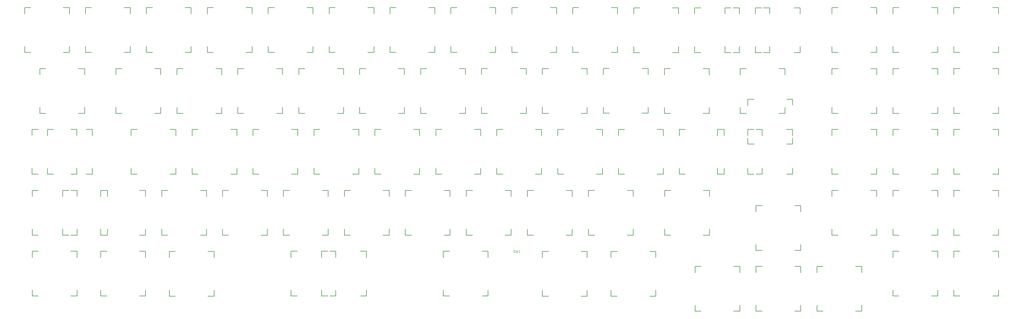
<source format=gbr>
G04 EAGLE Gerber RS-274X export*
G75*
%MOMM*%
%FSLAX34Y34*%
%LPD*%
%INSilkscreen Top*%
%IPPOS*%
%AMOC8*
5,1,8,0,0,1.08239X$1,22.5*%
G01*
%ADD10C,0.127000*%
%ADD11C,0.076200*%


D10*
X25350Y-44400D02*
X25350Y-25350D01*
X44400Y-25350D01*
X146000Y-25350D02*
X165050Y-25350D01*
X165050Y-44400D01*
X165050Y-146000D02*
X165050Y-165050D01*
X146000Y-165050D01*
X44400Y-165050D02*
X25350Y-165050D01*
X25350Y-146000D01*
X215350Y-44400D02*
X215350Y-25350D01*
X234400Y-25350D01*
X336000Y-25350D02*
X355050Y-25350D01*
X355050Y-44400D01*
X355050Y-146000D02*
X355050Y-165050D01*
X336000Y-165050D01*
X234400Y-165050D02*
X215350Y-165050D01*
X215350Y-146000D01*
X405350Y-44400D02*
X405350Y-25350D01*
X424400Y-25350D01*
X526000Y-25350D02*
X545050Y-25350D01*
X545050Y-44400D01*
X545050Y-146000D02*
X545050Y-165050D01*
X526000Y-165050D01*
X424400Y-165050D02*
X405350Y-165050D01*
X405350Y-146000D01*
X595350Y-44400D02*
X595350Y-25350D01*
X614400Y-25350D01*
X716000Y-25350D02*
X735050Y-25350D01*
X735050Y-44400D01*
X735050Y-146000D02*
X735050Y-165050D01*
X716000Y-165050D01*
X614400Y-165050D02*
X595350Y-165050D01*
X595350Y-146000D01*
X785350Y-44400D02*
X785350Y-25350D01*
X804400Y-25350D01*
X906000Y-25350D02*
X925050Y-25350D01*
X925050Y-44400D01*
X925050Y-146000D02*
X925050Y-165050D01*
X906000Y-165050D01*
X804400Y-165050D02*
X785350Y-165050D01*
X785350Y-146000D01*
X975350Y-44400D02*
X975350Y-25350D01*
X994400Y-25350D01*
X1096000Y-25350D02*
X1115050Y-25350D01*
X1115050Y-44400D01*
X1115050Y-146000D02*
X1115050Y-165050D01*
X1096000Y-165050D01*
X994400Y-165050D02*
X975350Y-165050D01*
X975350Y-146000D01*
X1165350Y-44400D02*
X1165350Y-25350D01*
X1184400Y-25350D01*
X1286000Y-25350D02*
X1305050Y-25350D01*
X1305050Y-44400D01*
X1305050Y-146000D02*
X1305050Y-165050D01*
X1286000Y-165050D01*
X1184400Y-165050D02*
X1165350Y-165050D01*
X1165350Y-146000D01*
X1355350Y-44400D02*
X1355350Y-25350D01*
X1374400Y-25350D01*
X1476000Y-25350D02*
X1495050Y-25350D01*
X1495050Y-44400D01*
X1495050Y-146000D02*
X1495050Y-165050D01*
X1476000Y-165050D01*
X1374400Y-165050D02*
X1355350Y-165050D01*
X1355350Y-146000D01*
X1545150Y-44200D02*
X1545150Y-25150D01*
X1564200Y-25150D01*
X1665800Y-25150D02*
X1684850Y-25150D01*
X1684850Y-44200D01*
X1684850Y-145800D02*
X1684850Y-164850D01*
X1665800Y-164850D01*
X1564200Y-164850D02*
X1545150Y-164850D01*
X1545150Y-145800D01*
X1734850Y-44400D02*
X1734850Y-25350D01*
X1753900Y-25350D01*
X1855500Y-25350D02*
X1874550Y-25350D01*
X1874550Y-44400D01*
X1874550Y-146000D02*
X1874550Y-165050D01*
X1855500Y-165050D01*
X1753900Y-165050D02*
X1734850Y-165050D01*
X1734850Y-146000D01*
X1925350Y-44900D02*
X1925350Y-25850D01*
X1944400Y-25850D01*
X2046000Y-25850D02*
X2065050Y-25850D01*
X2065050Y-44900D01*
X2065050Y-146500D02*
X2065050Y-165550D01*
X2046000Y-165550D01*
X1944400Y-165550D02*
X1925350Y-165550D01*
X1925350Y-146500D01*
X2115350Y-44900D02*
X2115350Y-25850D01*
X2134400Y-25850D01*
X2236000Y-25850D02*
X2255050Y-25850D01*
X2255050Y-44900D01*
X2255050Y-146500D02*
X2255050Y-165550D01*
X2236000Y-165550D01*
X2134400Y-165550D02*
X2115350Y-165550D01*
X2115350Y-146500D01*
X2210150Y-25850D02*
X2229200Y-25850D01*
X2210150Y-25850D02*
X2210150Y-44900D01*
X2330800Y-25850D02*
X2349850Y-25850D01*
X2349850Y-44900D01*
X2349850Y-146500D02*
X2349850Y-165550D01*
X2330800Y-165550D01*
X2229200Y-165550D02*
X2210150Y-165550D01*
X2210150Y-146500D01*
X2305350Y-44900D02*
X2305350Y-25850D01*
X2324400Y-25850D01*
X2426000Y-25850D02*
X2445050Y-25850D01*
X2445050Y-44900D01*
X2445050Y-146500D02*
X2445050Y-165550D01*
X2426000Y-165550D01*
X2324400Y-165550D02*
X2305350Y-165550D01*
X2305350Y-146500D01*
X2543950Y-44400D02*
X2543950Y-25350D01*
X2563000Y-25350D01*
X2664600Y-25350D02*
X2683650Y-25350D01*
X2683650Y-44400D01*
X2683650Y-146000D02*
X2683650Y-165050D01*
X2664600Y-165050D01*
X2563000Y-165050D02*
X2543950Y-165050D01*
X2543950Y-146000D01*
X2733950Y-44400D02*
X2733950Y-25350D01*
X2753000Y-25350D01*
X2854600Y-25350D02*
X2873650Y-25350D01*
X2873650Y-44400D01*
X2873650Y-146000D02*
X2873650Y-165050D01*
X2854600Y-165050D01*
X2753000Y-165050D02*
X2733950Y-165050D01*
X2733950Y-146000D01*
X2923950Y-44400D02*
X2923950Y-25350D01*
X2943000Y-25350D01*
X3044600Y-25350D02*
X3063650Y-25350D01*
X3063650Y-44400D01*
X3063650Y-146000D02*
X3063650Y-165050D01*
X3044600Y-165050D01*
X2943000Y-165050D02*
X2923950Y-165050D01*
X2923950Y-146000D01*
X72950Y-215250D02*
X72950Y-234300D01*
X72950Y-215250D02*
X92000Y-215250D01*
X193600Y-215250D02*
X212650Y-215250D01*
X212650Y-234300D01*
X212650Y-335900D02*
X212650Y-354950D01*
X193600Y-354950D01*
X92000Y-354950D02*
X72950Y-354950D01*
X72950Y-335900D01*
X310650Y-234400D02*
X310650Y-215350D01*
X329700Y-215350D01*
X431300Y-215350D02*
X450350Y-215350D01*
X450350Y-234400D01*
X450350Y-336000D02*
X450350Y-355050D01*
X431300Y-355050D01*
X329700Y-355050D02*
X310650Y-355050D01*
X310650Y-336000D01*
X500750Y-234600D02*
X500750Y-215550D01*
X519800Y-215550D01*
X621400Y-215550D02*
X640450Y-215550D01*
X640450Y-234600D01*
X640450Y-336200D02*
X640450Y-355250D01*
X621400Y-355250D01*
X519800Y-355250D02*
X500750Y-355250D01*
X500750Y-336200D01*
X690650Y-234400D02*
X690650Y-215350D01*
X709700Y-215350D01*
X811300Y-215350D02*
X830350Y-215350D01*
X830350Y-234400D01*
X830350Y-336000D02*
X830350Y-355050D01*
X811300Y-355050D01*
X709700Y-355050D02*
X690650Y-355050D01*
X690650Y-336000D01*
X880650Y-234400D02*
X880650Y-215350D01*
X899700Y-215350D01*
X1001300Y-215350D02*
X1020350Y-215350D01*
X1020350Y-234400D01*
X1020350Y-336000D02*
X1020350Y-355050D01*
X1001300Y-355050D01*
X899700Y-355050D02*
X880650Y-355050D01*
X880650Y-336000D01*
X1070650Y-234400D02*
X1070650Y-215350D01*
X1089700Y-215350D01*
X1191300Y-215350D02*
X1210350Y-215350D01*
X1210350Y-234400D01*
X1210350Y-336000D02*
X1210350Y-355050D01*
X1191300Y-355050D01*
X1089700Y-355050D02*
X1070650Y-355050D01*
X1070650Y-336000D01*
X1260650Y-234400D02*
X1260650Y-215350D01*
X1279700Y-215350D01*
X1381300Y-215350D02*
X1400350Y-215350D01*
X1400350Y-234400D01*
X1400350Y-336000D02*
X1400350Y-355050D01*
X1381300Y-355050D01*
X1279700Y-355050D02*
X1260650Y-355050D01*
X1260650Y-336000D01*
X1450650Y-234400D02*
X1450650Y-215350D01*
X1469700Y-215350D01*
X1571300Y-215350D02*
X1590350Y-215350D01*
X1590350Y-234400D01*
X1590350Y-336000D02*
X1590350Y-355050D01*
X1571300Y-355050D01*
X1469700Y-355050D02*
X1450650Y-355050D01*
X1450650Y-336000D01*
X1640650Y-234400D02*
X1640650Y-215350D01*
X1659700Y-215350D01*
X1761300Y-215350D02*
X1780350Y-215350D01*
X1780350Y-234400D01*
X1780350Y-336000D02*
X1780350Y-355050D01*
X1761300Y-355050D01*
X1659700Y-355050D02*
X1640650Y-355050D01*
X1640650Y-336000D01*
X1830850Y-234100D02*
X1830850Y-215050D01*
X1849900Y-215050D01*
X1951500Y-215050D02*
X1970550Y-215050D01*
X1970550Y-234100D01*
X1970550Y-335700D02*
X1970550Y-354750D01*
X1951500Y-354750D01*
X1849900Y-354750D02*
X1830850Y-354750D01*
X1830850Y-335700D01*
X2021150Y-234900D02*
X2021150Y-215850D01*
X2040200Y-215850D01*
X2141800Y-215850D02*
X2160850Y-215850D01*
X2160850Y-234900D01*
X2160850Y-336500D02*
X2160850Y-355550D01*
X2141800Y-355550D01*
X2040200Y-355550D02*
X2021150Y-355550D01*
X2021150Y-336500D01*
X2257750Y-234900D02*
X2257750Y-215850D01*
X2276800Y-215850D01*
X2378400Y-215850D02*
X2397450Y-215850D01*
X2397450Y-234900D01*
X2397450Y-336500D02*
X2397450Y-355550D01*
X2378400Y-355550D01*
X2276800Y-355550D02*
X2257750Y-355550D01*
X2257750Y-336500D01*
X2281650Y-431900D02*
X2281650Y-450950D01*
X2301970Y-450950D01*
X2402300Y-450950D02*
X2421350Y-450950D01*
X2421350Y-431900D01*
X2421350Y-329030D02*
X2421350Y-311250D01*
X2403570Y-311250D01*
X2300700Y-311250D02*
X2281650Y-311250D01*
X2281650Y-330300D01*
X2543950Y-234400D02*
X2543950Y-215350D01*
X2563000Y-215350D01*
X2664600Y-215350D02*
X2683650Y-215350D01*
X2683650Y-234400D01*
X2683650Y-336000D02*
X2683650Y-355050D01*
X2664600Y-355050D01*
X2563000Y-355050D02*
X2543950Y-355050D01*
X2543950Y-336000D01*
X2733950Y-234400D02*
X2733950Y-215350D01*
X2753000Y-215350D01*
X2854600Y-215350D02*
X2873650Y-215350D01*
X2873650Y-234400D01*
X2873650Y-336000D02*
X2873650Y-355050D01*
X2854600Y-355050D01*
X2753000Y-355050D02*
X2733950Y-355050D01*
X2733950Y-336000D01*
X2923950Y-234400D02*
X2923950Y-215350D01*
X2943000Y-215350D01*
X3044600Y-215350D02*
X3063650Y-215350D01*
X3063650Y-234400D01*
X3063650Y-336000D02*
X3063650Y-355050D01*
X3044600Y-355050D01*
X2943000Y-355050D02*
X2923950Y-355050D01*
X2923950Y-336000D01*
X96750Y-405350D02*
X96750Y-424400D01*
X96750Y-405350D02*
X115800Y-405350D01*
X217400Y-405350D02*
X236450Y-405350D01*
X236450Y-424400D01*
X236450Y-526000D02*
X236450Y-545050D01*
X217400Y-545050D01*
X115800Y-545050D02*
X96750Y-545050D01*
X96750Y-526000D01*
X48650Y-424100D02*
X48650Y-405050D01*
X67700Y-405050D01*
X169300Y-405050D02*
X188350Y-405050D01*
X188350Y-424100D01*
X188350Y-525700D02*
X188350Y-544750D01*
X169300Y-544750D01*
X67700Y-544750D02*
X48650Y-544750D01*
X48650Y-525700D01*
X357750Y-424400D02*
X357750Y-405350D01*
X376800Y-405350D01*
X478400Y-405350D02*
X497450Y-405350D01*
X497450Y-424400D01*
X497450Y-526000D02*
X497450Y-545050D01*
X478400Y-545050D01*
X376800Y-545050D02*
X357750Y-545050D01*
X357750Y-526000D01*
X547750Y-424400D02*
X547750Y-405350D01*
X566800Y-405350D01*
X668400Y-405350D02*
X687450Y-405350D01*
X687450Y-424400D01*
X687450Y-526000D02*
X687450Y-545050D01*
X668400Y-545050D01*
X566800Y-545050D02*
X547750Y-545050D01*
X547750Y-526000D01*
X737750Y-424400D02*
X737750Y-405350D01*
X756800Y-405350D01*
X858400Y-405350D02*
X877450Y-405350D01*
X877450Y-424400D01*
X877450Y-526000D02*
X877450Y-545050D01*
X858400Y-545050D01*
X756800Y-545050D02*
X737750Y-545050D01*
X737750Y-526000D01*
X928250Y-424400D02*
X928250Y-405350D01*
X947300Y-405350D01*
X1048900Y-405350D02*
X1067950Y-405350D01*
X1067950Y-424400D01*
X1067950Y-526000D02*
X1067950Y-545050D01*
X1048900Y-545050D01*
X947300Y-545050D02*
X928250Y-545050D01*
X928250Y-526000D01*
X1118250Y-424400D02*
X1118250Y-405350D01*
X1137300Y-405350D01*
X1238900Y-405350D02*
X1257950Y-405350D01*
X1257950Y-424400D01*
X1257950Y-526000D02*
X1257950Y-545050D01*
X1238900Y-545050D01*
X1137300Y-545050D02*
X1118250Y-545050D01*
X1118250Y-526000D01*
X1308250Y-424400D02*
X1308250Y-405350D01*
X1327300Y-405350D01*
X1428900Y-405350D02*
X1447950Y-405350D01*
X1447950Y-424400D01*
X1447950Y-526000D02*
X1447950Y-545050D01*
X1428900Y-545050D01*
X1327300Y-545050D02*
X1308250Y-545050D01*
X1308250Y-526000D01*
X1498250Y-424400D02*
X1498250Y-405350D01*
X1517300Y-405350D01*
X1618900Y-405350D02*
X1637950Y-405350D01*
X1637950Y-424400D01*
X1637950Y-526000D02*
X1637950Y-545050D01*
X1618900Y-545050D01*
X1517300Y-545050D02*
X1498250Y-545050D01*
X1498250Y-526000D01*
X1688250Y-424400D02*
X1688250Y-405350D01*
X1707300Y-405350D01*
X1808900Y-405350D02*
X1827950Y-405350D01*
X1827950Y-424400D01*
X1827950Y-526000D02*
X1827950Y-545050D01*
X1808900Y-545050D01*
X1707300Y-545050D02*
X1688250Y-545050D01*
X1688250Y-526000D01*
X1878250Y-424400D02*
X1878250Y-405350D01*
X1897300Y-405350D01*
X1998900Y-405350D02*
X2017950Y-405350D01*
X2017950Y-424400D01*
X2017950Y-526000D02*
X2017950Y-545050D01*
X1998900Y-545050D01*
X1897300Y-545050D02*
X1878250Y-545050D01*
X1878250Y-526000D01*
X2067750Y-424400D02*
X2067750Y-405350D01*
X2086800Y-405350D01*
X2188400Y-405350D02*
X2207450Y-405350D01*
X2207450Y-424400D01*
X2207450Y-526000D02*
X2207450Y-545050D01*
X2188400Y-545050D01*
X2086800Y-545050D02*
X2067750Y-545050D01*
X2067750Y-526000D01*
X2186750Y-405350D02*
X2205800Y-405350D01*
X2186750Y-405350D02*
X2186750Y-424400D01*
X2307400Y-405350D02*
X2326450Y-405350D01*
X2326450Y-424400D01*
X2326450Y-526000D02*
X2326450Y-545050D01*
X2307400Y-545050D01*
X2205800Y-545050D02*
X2186750Y-545050D01*
X2186750Y-526000D01*
X2281550Y-424400D02*
X2281550Y-405350D01*
X2300600Y-405350D01*
X2402200Y-405350D02*
X2421250Y-405350D01*
X2421250Y-424400D01*
X2421250Y-526000D02*
X2421250Y-545050D01*
X2402200Y-545050D01*
X2300600Y-545050D02*
X2281550Y-545050D01*
X2281550Y-526000D01*
X2543950Y-424400D02*
X2543950Y-405350D01*
X2563000Y-405350D01*
X2664600Y-405350D02*
X2683650Y-405350D01*
X2683650Y-424400D01*
X2683650Y-526000D02*
X2683650Y-545050D01*
X2664600Y-545050D01*
X2563000Y-545050D02*
X2543950Y-545050D01*
X2543950Y-526000D01*
X2733950Y-424400D02*
X2733950Y-405350D01*
X2753000Y-405350D01*
X2854600Y-405350D02*
X2873650Y-405350D01*
X2873650Y-424400D01*
X2873650Y-526000D02*
X2873650Y-545050D01*
X2854600Y-545050D01*
X2753000Y-545050D02*
X2733950Y-545050D01*
X2733950Y-526000D01*
X2923950Y-424400D02*
X2923950Y-405350D01*
X2943000Y-405350D01*
X3044600Y-405350D02*
X3063650Y-405350D01*
X3063650Y-424400D01*
X3063650Y-526000D02*
X3063650Y-545050D01*
X3044600Y-545050D01*
X2943000Y-545050D02*
X2923950Y-545050D01*
X2923950Y-526000D01*
X49150Y-595350D02*
X49150Y-614400D01*
X49150Y-595350D02*
X68200Y-595350D01*
X169800Y-595350D02*
X188850Y-595350D01*
X188850Y-614400D01*
X188850Y-716000D02*
X188850Y-735050D01*
X169800Y-735050D01*
X68200Y-735050D02*
X49150Y-735050D01*
X49150Y-716000D01*
X144450Y-595350D02*
X163500Y-595350D01*
X144450Y-595350D02*
X144450Y-614400D01*
X265100Y-595350D02*
X284150Y-595350D01*
X284150Y-614400D01*
X284150Y-716000D02*
X284150Y-735050D01*
X265100Y-735050D01*
X163500Y-735050D02*
X144450Y-735050D01*
X144450Y-716000D01*
X262950Y-614400D02*
X262950Y-595350D01*
X282000Y-595350D01*
X383600Y-595350D02*
X402650Y-595350D01*
X402650Y-614400D01*
X402650Y-716000D02*
X402650Y-735050D01*
X383600Y-735050D01*
X282000Y-735050D02*
X262950Y-735050D01*
X262950Y-716000D01*
X452950Y-614400D02*
X452950Y-595350D01*
X472000Y-595350D01*
X573600Y-595350D02*
X592650Y-595350D01*
X592650Y-614400D01*
X592650Y-716000D02*
X592650Y-735050D01*
X573600Y-735050D01*
X472000Y-735050D02*
X452950Y-735050D01*
X452950Y-716000D01*
X642950Y-614400D02*
X642950Y-595350D01*
X662000Y-595350D01*
X763600Y-595350D02*
X782650Y-595350D01*
X782650Y-614400D01*
X782650Y-716000D02*
X782650Y-735050D01*
X763600Y-735050D01*
X662000Y-735050D02*
X642950Y-735050D01*
X642950Y-716000D01*
X832950Y-614400D02*
X832950Y-595350D01*
X852000Y-595350D01*
X953600Y-595350D02*
X972650Y-595350D01*
X972650Y-614400D01*
X972650Y-716000D02*
X972650Y-735050D01*
X953600Y-735050D01*
X852000Y-735050D02*
X832950Y-735050D01*
X832950Y-716000D01*
X1022950Y-614400D02*
X1022950Y-595350D01*
X1042000Y-595350D01*
X1143600Y-595350D02*
X1162650Y-595350D01*
X1162650Y-614400D01*
X1162650Y-716000D02*
X1162650Y-735050D01*
X1143600Y-735050D01*
X1042000Y-735050D02*
X1022950Y-735050D01*
X1022950Y-716000D01*
X1212950Y-614400D02*
X1212950Y-595350D01*
X1232000Y-595350D01*
X1333600Y-595350D02*
X1352650Y-595350D01*
X1352650Y-614400D01*
X1352650Y-716000D02*
X1352650Y-735050D01*
X1333600Y-735050D01*
X1232000Y-735050D02*
X1212950Y-735050D01*
X1212950Y-716000D01*
X1403450Y-614400D02*
X1403450Y-595350D01*
X1422500Y-595350D01*
X1524100Y-595350D02*
X1543150Y-595350D01*
X1543150Y-614400D01*
X1543150Y-716000D02*
X1543150Y-735050D01*
X1524100Y-735050D01*
X1422500Y-735050D02*
X1403450Y-735050D01*
X1403450Y-716000D01*
X1593950Y-614900D02*
X1593950Y-595850D01*
X1613000Y-595850D01*
X1714600Y-595850D02*
X1733650Y-595850D01*
X1733650Y-614900D01*
X1733650Y-716500D02*
X1733650Y-735550D01*
X1714600Y-735550D01*
X1613000Y-735550D02*
X1593950Y-735550D01*
X1593950Y-716500D01*
X1784450Y-614400D02*
X1784450Y-595350D01*
X1803500Y-595350D01*
X1905100Y-595350D02*
X1924150Y-595350D01*
X1924150Y-614400D01*
X1924150Y-716000D02*
X1924150Y-735050D01*
X1905100Y-735050D01*
X1803500Y-735050D02*
X1784450Y-735050D01*
X1784450Y-716000D01*
X2022150Y-614400D02*
X2022150Y-595350D01*
X2041200Y-595350D01*
X2142800Y-595350D02*
X2161850Y-595350D01*
X2161850Y-614400D01*
X2161850Y-716000D02*
X2161850Y-735050D01*
X2142800Y-735050D01*
X2041200Y-735050D02*
X2022150Y-735050D01*
X2022150Y-716000D01*
X2543950Y-614400D02*
X2543950Y-595350D01*
X2563000Y-595350D01*
X2664600Y-595350D02*
X2683650Y-595350D01*
X2683650Y-614400D01*
X2683650Y-716000D02*
X2683650Y-735050D01*
X2664600Y-735050D01*
X2563000Y-735050D02*
X2543950Y-735050D01*
X2543950Y-716000D01*
X2733950Y-614400D02*
X2733950Y-595350D01*
X2753000Y-595350D01*
X2854600Y-595350D02*
X2873650Y-595350D01*
X2873650Y-614400D01*
X2873650Y-716000D02*
X2873650Y-735050D01*
X2854600Y-735050D01*
X2753000Y-735050D02*
X2733950Y-735050D01*
X2733950Y-716000D01*
X2923950Y-614400D02*
X2923950Y-595350D01*
X2943000Y-595350D01*
X3044600Y-595350D02*
X3063650Y-595350D01*
X3063650Y-614400D01*
X3063650Y-716000D02*
X3063650Y-735050D01*
X3044600Y-735050D01*
X2943000Y-735050D02*
X2923950Y-735050D01*
X2923950Y-716000D01*
X2307050Y-662200D02*
X2307050Y-643150D01*
X2326100Y-643150D01*
X2427700Y-643150D02*
X2446750Y-643150D01*
X2446750Y-662200D01*
X2446750Y-763800D02*
X2446750Y-782850D01*
X2427700Y-782850D01*
X2326100Y-782850D02*
X2307050Y-782850D01*
X2307050Y-763800D01*
X49150Y-785350D02*
X49150Y-804400D01*
X49150Y-785350D02*
X68200Y-785350D01*
X169800Y-785350D02*
X188850Y-785350D01*
X188850Y-804400D01*
X188850Y-906000D02*
X188850Y-925050D01*
X169800Y-925050D01*
X68200Y-925050D02*
X49150Y-925050D01*
X49150Y-906000D01*
X262950Y-804400D02*
X262950Y-785350D01*
X282000Y-785350D01*
X383600Y-785350D02*
X402650Y-785350D01*
X402650Y-804400D01*
X402650Y-906000D02*
X402650Y-925050D01*
X383600Y-925050D01*
X282000Y-925050D02*
X262950Y-925050D01*
X262950Y-906000D01*
X476750Y-804900D02*
X476750Y-785850D01*
X495800Y-785850D01*
X597400Y-785850D02*
X616450Y-785850D01*
X616450Y-804900D01*
X616450Y-906500D02*
X616450Y-925550D01*
X597400Y-925550D01*
X495800Y-925550D02*
X476750Y-925550D01*
X476750Y-906500D01*
X952050Y-785350D02*
X971100Y-785350D01*
X952050Y-785350D02*
X952050Y-804400D01*
X1072700Y-785350D02*
X1091750Y-785350D01*
X1091750Y-804400D01*
X1091750Y-906000D02*
X1091750Y-925050D01*
X1072700Y-925050D01*
X971100Y-925050D02*
X952050Y-925050D01*
X952050Y-906000D01*
X875800Y-785350D02*
X856750Y-785350D01*
X856750Y-805670D01*
X856750Y-906000D02*
X856750Y-925050D01*
X875800Y-925050D01*
X978670Y-925050D02*
X996450Y-925050D01*
X996450Y-907270D01*
X996450Y-804400D02*
X996450Y-785350D01*
X977400Y-785350D01*
X1331550Y-785350D02*
X1350600Y-785350D01*
X1331550Y-785350D02*
X1331550Y-805670D01*
X1331550Y-906000D02*
X1331550Y-925050D01*
X1350600Y-925050D01*
X1453470Y-925050D02*
X1471250Y-925050D01*
X1471250Y-907270D01*
X1471250Y-804400D02*
X1471250Y-785350D01*
X1452200Y-785350D01*
X1640650Y-786350D02*
X1640650Y-805400D01*
X1640650Y-786350D02*
X1659700Y-786350D01*
X1761300Y-786350D02*
X1780350Y-786350D01*
X1780350Y-805400D01*
X1780350Y-907000D02*
X1780350Y-926050D01*
X1761300Y-926050D01*
X1659700Y-926050D02*
X1640650Y-926050D01*
X1640650Y-907000D01*
X1854950Y-804900D02*
X1854950Y-785850D01*
X1874000Y-785850D01*
X1975600Y-785850D02*
X1994650Y-785850D01*
X1994650Y-804900D01*
X1994650Y-906500D02*
X1994650Y-925550D01*
X1975600Y-925550D01*
X1874000Y-925550D02*
X1854950Y-925550D01*
X1854950Y-906500D01*
X2733950Y-804400D02*
X2733950Y-785350D01*
X2753000Y-785350D01*
X2854600Y-785350D02*
X2873650Y-785350D01*
X2873650Y-804400D01*
X2873650Y-906000D02*
X2873650Y-925050D01*
X2854600Y-925050D01*
X2753000Y-925050D02*
X2733950Y-925050D01*
X2733950Y-906000D01*
X2923950Y-804400D02*
X2923950Y-785350D01*
X2943000Y-785350D01*
X3044600Y-785350D02*
X3063650Y-785350D01*
X3063650Y-804400D01*
X3063650Y-906000D02*
X3063650Y-925050D01*
X3044600Y-925050D01*
X2943000Y-925050D02*
X2923950Y-925050D01*
X2923950Y-906000D01*
X2116850Y-852000D02*
X2116850Y-832950D01*
X2135900Y-832950D01*
X2237500Y-832950D02*
X2256550Y-832950D01*
X2256550Y-852000D01*
X2256550Y-953600D02*
X2256550Y-972650D01*
X2237500Y-972650D01*
X2135900Y-972650D02*
X2116850Y-972650D01*
X2116850Y-953600D01*
X2306850Y-852000D02*
X2306850Y-832950D01*
X2325900Y-832950D01*
X2427500Y-832950D02*
X2446550Y-832950D01*
X2446550Y-852000D01*
X2446550Y-953600D02*
X2446550Y-972650D01*
X2427500Y-972650D01*
X2325900Y-972650D02*
X2306850Y-972650D01*
X2306850Y-953600D01*
X2496850Y-852000D02*
X2496850Y-832950D01*
X2515900Y-832950D01*
X2617500Y-832950D02*
X2636550Y-832950D01*
X2636550Y-852000D01*
X2636550Y-953600D02*
X2636550Y-972650D01*
X2617500Y-972650D01*
X2515900Y-972650D02*
X2496850Y-972650D01*
X2496850Y-953600D01*
D11*
X1554430Y-787931D02*
X1554428Y-788009D01*
X1554423Y-788087D01*
X1554413Y-788164D01*
X1554400Y-788241D01*
X1554384Y-788317D01*
X1554364Y-788393D01*
X1554340Y-788467D01*
X1554313Y-788540D01*
X1554282Y-788612D01*
X1554248Y-788682D01*
X1554210Y-788751D01*
X1554170Y-788817D01*
X1554126Y-788882D01*
X1554079Y-788944D01*
X1554030Y-789004D01*
X1553977Y-789062D01*
X1553922Y-789117D01*
X1553864Y-789170D01*
X1553804Y-789219D01*
X1553742Y-789266D01*
X1553677Y-789310D01*
X1553611Y-789350D01*
X1553542Y-789388D01*
X1553472Y-789422D01*
X1553400Y-789453D01*
X1553327Y-789480D01*
X1553253Y-789504D01*
X1553177Y-789524D01*
X1553101Y-789540D01*
X1553024Y-789553D01*
X1552947Y-789563D01*
X1552869Y-789568D01*
X1552791Y-789570D01*
X1552677Y-789568D01*
X1552563Y-789563D01*
X1552450Y-789553D01*
X1552337Y-789540D01*
X1552224Y-789523D01*
X1552112Y-789503D01*
X1552001Y-789479D01*
X1551890Y-789451D01*
X1551781Y-789419D01*
X1551672Y-789384D01*
X1551565Y-789346D01*
X1551459Y-789304D01*
X1551355Y-789258D01*
X1551252Y-789209D01*
X1551151Y-789157D01*
X1551051Y-789101D01*
X1550954Y-789042D01*
X1550858Y-788980D01*
X1550765Y-788915D01*
X1550673Y-788847D01*
X1550584Y-788776D01*
X1550498Y-788702D01*
X1550414Y-788625D01*
X1550332Y-788545D01*
X1550537Y-783833D02*
X1550539Y-783753D01*
X1550545Y-783672D01*
X1550555Y-783593D01*
X1550568Y-783513D01*
X1550586Y-783435D01*
X1550608Y-783357D01*
X1550633Y-783281D01*
X1550662Y-783206D01*
X1550694Y-783132D01*
X1550731Y-783060D01*
X1550770Y-782990D01*
X1550813Y-782922D01*
X1550860Y-782857D01*
X1550909Y-782793D01*
X1550962Y-782732D01*
X1551017Y-782674D01*
X1551075Y-782619D01*
X1551136Y-782566D01*
X1551200Y-782517D01*
X1551265Y-782470D01*
X1551333Y-782427D01*
X1551403Y-782388D01*
X1551475Y-782351D01*
X1551549Y-782319D01*
X1551624Y-782290D01*
X1551700Y-782265D01*
X1551778Y-782243D01*
X1551856Y-782225D01*
X1551935Y-782212D01*
X1552015Y-782202D01*
X1552096Y-782196D01*
X1552176Y-782194D01*
X1552286Y-782196D01*
X1552395Y-782202D01*
X1552505Y-782212D01*
X1552614Y-782225D01*
X1552722Y-782243D01*
X1552830Y-782264D01*
X1552937Y-782290D01*
X1553043Y-782319D01*
X1553148Y-782352D01*
X1553251Y-782388D01*
X1553354Y-782429D01*
X1553454Y-782472D01*
X1553553Y-782520D01*
X1553651Y-782571D01*
X1553746Y-782625D01*
X1553840Y-782683D01*
X1553931Y-782744D01*
X1554020Y-782809D01*
X1551357Y-785267D02*
X1551290Y-785226D01*
X1551225Y-785181D01*
X1551163Y-785134D01*
X1551103Y-785083D01*
X1551045Y-785030D01*
X1550990Y-784974D01*
X1550937Y-784916D01*
X1550887Y-784855D01*
X1550841Y-784792D01*
X1550797Y-784726D01*
X1550756Y-784659D01*
X1550719Y-784590D01*
X1550685Y-784519D01*
X1550654Y-784447D01*
X1550627Y-784373D01*
X1550603Y-784298D01*
X1550583Y-784222D01*
X1550567Y-784145D01*
X1550554Y-784068D01*
X1550544Y-783990D01*
X1550539Y-783912D01*
X1550537Y-783833D01*
X1553610Y-786497D02*
X1553677Y-786538D01*
X1553742Y-786583D01*
X1553804Y-786630D01*
X1553864Y-786681D01*
X1553922Y-786734D01*
X1553977Y-786790D01*
X1554030Y-786848D01*
X1554080Y-786909D01*
X1554126Y-786972D01*
X1554170Y-787038D01*
X1554211Y-787105D01*
X1554248Y-787174D01*
X1554282Y-787245D01*
X1554313Y-787317D01*
X1554340Y-787391D01*
X1554364Y-787466D01*
X1554384Y-787542D01*
X1554400Y-787619D01*
X1554413Y-787696D01*
X1554423Y-787774D01*
X1554428Y-787852D01*
X1554430Y-787931D01*
X1553610Y-786497D02*
X1551357Y-785267D01*
X1557159Y-782194D02*
X1558798Y-789570D01*
X1560437Y-784653D01*
X1562077Y-789570D01*
X1563716Y-782194D01*
X1566689Y-783833D02*
X1568738Y-782194D01*
X1568738Y-789570D01*
X1566689Y-789570D02*
X1570787Y-789570D01*
M02*

</source>
